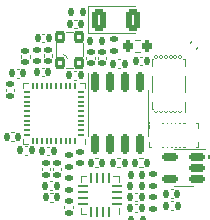
<source format=gbo>
G04 #@! TF.GenerationSoftware,KiCad,Pcbnew,(7.0.0-0)*
G04 #@! TF.CreationDate,2024-01-25T23:02:00+08:00*
G04 #@! TF.ProjectId,Revolute,5265766f-6c75-4746-952e-6b696361645f,rev?*
G04 #@! TF.SameCoordinates,Original*
G04 #@! TF.FileFunction,Legend,Bot*
G04 #@! TF.FilePolarity,Positive*
%FSLAX46Y46*%
G04 Gerber Fmt 4.6, Leading zero omitted, Abs format (unit mm)*
G04 Created by KiCad (PCBNEW (7.0.0-0)) date 2024-01-25 23:02:00*
%MOMM*%
%LPD*%
G01*
G04 APERTURE LIST*
G04 Aperture macros list*
%AMRoundRect*
0 Rectangle with rounded corners*
0 $1 Rounding radius*
0 $2 $3 $4 $5 $6 $7 $8 $9 X,Y pos of 4 corners*
0 Add a 4 corners polygon primitive as box body*
4,1,4,$2,$3,$4,$5,$6,$7,$8,$9,$2,$3,0*
0 Add four circle primitives for the rounded corners*
1,1,$1+$1,$2,$3*
1,1,$1+$1,$4,$5*
1,1,$1+$1,$6,$7*
1,1,$1+$1,$8,$9*
0 Add four rect primitives between the rounded corners*
20,1,$1+$1,$2,$3,$4,$5,0*
20,1,$1+$1,$4,$5,$6,$7,0*
20,1,$1+$1,$6,$7,$8,$9,0*
20,1,$1+$1,$8,$9,$2,$3,0*%
G04 Aperture macros list end*
%ADD10C,0.120000*%
%ADD11C,0.100000*%
%ADD12C,0.150000*%
%ADD13RoundRect,0.200000X0.200000X-0.200000X0.200000X0.200000X-0.200000X0.200000X-0.200000X-0.200000X0*%
%ADD14RoundRect,0.200000X0.730867X-1.340087X0.866940X1.256350X-0.730867X1.340087X-0.866940X-1.256350X0*%
%ADD15RoundRect,0.300000X1.135552X-1.261159X1.261159X1.135552X-1.135552X1.261159X-1.261159X-1.135552X0*%
%ADD16RoundRect,0.140000X0.021213X-0.219203X0.219203X-0.021213X-0.021213X0.219203X-0.219203X0.021213X0*%
%ADD17RoundRect,0.140000X0.140000X0.170000X-0.140000X0.170000X-0.140000X-0.170000X0.140000X-0.170000X0*%
%ADD18C,2.500000*%
%ADD19RoundRect,0.147500X-0.147500X-0.172500X0.147500X-0.172500X0.147500X0.172500X-0.147500X0.172500X0*%
%ADD20RoundRect,0.135000X-0.185000X0.135000X-0.185000X-0.135000X0.185000X-0.135000X0.185000X0.135000X0*%
%ADD21RoundRect,0.200000X-0.200000X-0.275000X0.200000X-0.275000X0.200000X0.275000X-0.200000X0.275000X0*%
%ADD22RoundRect,0.147500X-0.172500X0.147500X-0.172500X-0.147500X0.172500X-0.147500X0.172500X0.147500X0*%
%ADD23RoundRect,0.250000X-0.350000X-0.650000X0.350000X-0.650000X0.350000X0.650000X-0.350000X0.650000X0*%
%ADD24RoundRect,0.147500X0.172500X-0.147500X0.172500X0.147500X-0.172500X0.147500X-0.172500X-0.147500X0*%
%ADD25RoundRect,0.140000X-0.140000X-0.170000X0.140000X-0.170000X0.140000X0.170000X-0.140000X0.170000X0*%
%ADD26R,0.180000X0.325000*%
%ADD27R,0.750000X0.235000*%
%ADD28R,0.215000X1.040000*%
%ADD29RoundRect,0.140000X-0.170000X0.140000X-0.170000X-0.140000X0.170000X-0.140000X0.170000X0.140000X0*%
%ADD30RoundRect,0.062500X0.062500X-0.375000X0.062500X0.375000X-0.062500X0.375000X-0.062500X-0.375000X0*%
%ADD31RoundRect,0.062500X0.375000X-0.062500X0.375000X0.062500X-0.375000X0.062500X-0.375000X-0.062500X0*%
%ADD32R,1.600000X1.600000*%
%ADD33RoundRect,0.150000X0.300000X-0.350000X0.300000X0.350000X-0.300000X0.350000X-0.300000X-0.350000X0*%
%ADD34R,1.100000X0.600000*%
%ADD35RoundRect,0.135000X0.135000X0.185000X-0.135000X0.185000X-0.135000X-0.185000X0.135000X-0.185000X0*%
%ADD36RoundRect,0.140000X0.170000X-0.140000X0.170000X0.140000X-0.170000X0.140000X-0.170000X-0.140000X0*%
%ADD37RoundRect,0.135000X-0.135000X-0.185000X0.135000X-0.185000X0.135000X0.185000X-0.135000X0.185000X0*%
%ADD38RoundRect,0.062500X0.062500X-0.212500X0.062500X0.212500X-0.062500X0.212500X-0.062500X-0.212500X0*%
%ADD39RoundRect,0.062500X0.212500X-0.062500X0.212500X0.062500X-0.212500X0.062500X-0.212500X-0.062500X0*%
%ADD40R,3.600000X3.600000*%
%ADD41RoundRect,0.135000X0.185000X-0.135000X0.185000X0.135000X-0.185000X0.135000X-0.185000X-0.135000X0*%
%ADD42RoundRect,0.147500X0.147500X0.172500X-0.147500X0.172500X-0.147500X-0.172500X0.147500X-0.172500X0*%
%ADD43RoundRect,0.150000X-0.150000X0.662500X-0.150000X-0.662500X0.150000X-0.662500X0.150000X0.662500X0*%
%ADD44R,3.200000X2.514000*%
%ADD45RoundRect,0.150000X0.512500X0.150000X-0.512500X0.150000X-0.512500X-0.150000X0.512500X-0.150000X0*%
%ADD46RoundRect,0.050000X0.100000X-0.100000X0.100000X0.100000X-0.100000X0.100000X-0.100000X-0.100000X0*%
%ADD47O,0.300000X0.950000*%
%ADD48R,0.575000X0.400000*%
%ADD49R,0.675000X0.400000*%
%ADD50R,1.950000X2.600000*%
G04 APERTURE END LIST*
D10*
X177079779Y-89036104D02*
X177232282Y-88883601D01*
X177588896Y-89545221D02*
X177741399Y-89392718D01*
X165202177Y-98541217D02*
X164986505Y-98541217D01*
X165202177Y-97821217D02*
X164986505Y-97821217D01*
X175682836Y-103185000D02*
X175467164Y-103185000D01*
X175682836Y-102465000D02*
X175467164Y-102465000D01*
X172412742Y-88777500D02*
X172887258Y-88777500D01*
X172412742Y-89822500D02*
X172887258Y-89822500D01*
D11*
X170700000Y-88110000D02*
G75*
G03*
X170700000Y-88110000I-50000J0D01*
G01*
D10*
X168515000Y-85915000D02*
X172425000Y-85915000D01*
X168515000Y-88235000D02*
X168515000Y-85915000D01*
X172425000Y-88235000D02*
X168515000Y-88235000D01*
X165242164Y-100760000D02*
X165457836Y-100760000D01*
X165242164Y-101480000D02*
X165457836Y-101480000D01*
X171207836Y-91160000D02*
X170992164Y-91160000D01*
X171207836Y-90440000D02*
X170992164Y-90440000D01*
D11*
X173600000Y-96225000D02*
X173600000Y-96025000D01*
X173600000Y-97825000D02*
X173600000Y-97425000D01*
X173800000Y-97825000D02*
X173600000Y-97825000D01*
X174850000Y-95825000D02*
X174700000Y-95825000D01*
X174850000Y-97825000D02*
X174700000Y-97825000D01*
X175200000Y-95825000D02*
X175150000Y-95825000D01*
X175200000Y-97825000D02*
X175150000Y-97825000D01*
X175550000Y-95825000D02*
X175500000Y-95825000D01*
X175550000Y-97825000D02*
X175500000Y-97825000D01*
X175900000Y-95825000D02*
X175850000Y-95825000D01*
X175900000Y-97825000D02*
X175850000Y-97825000D01*
X176250000Y-95825000D02*
X176200000Y-95825000D01*
X176250000Y-97825000D02*
X176200000Y-97825000D01*
X176700000Y-95825000D02*
X176550000Y-95825000D01*
X176700000Y-97825000D02*
X176550000Y-97825000D01*
X177600000Y-95825000D02*
X177800000Y-95825000D01*
X177800000Y-95825000D02*
X177800000Y-96225000D01*
X177800000Y-97825000D02*
X177600000Y-97825000D01*
X177800000Y-97825000D02*
X177800000Y-97425000D01*
D12*
X173679974Y-95793323D02*
G75*
G03*
X173679974Y-95793323I-1J0D01*
G01*
D10*
X167292164Y-87090000D02*
X167507836Y-87090000D01*
X167292164Y-87810000D02*
X167507836Y-87810000D01*
X165460000Y-89992164D02*
X165460000Y-90207836D01*
X164740000Y-89992164D02*
X164740000Y-90207836D01*
X165300000Y-99612164D02*
X165300000Y-99827836D01*
X164580000Y-99612164D02*
X164580000Y-99827836D01*
X167870000Y-103530000D02*
X168345000Y-103530000D01*
X167870000Y-103055000D02*
X167870000Y-103530000D01*
X171090000Y-103055000D02*
X171090000Y-103530000D01*
X167870000Y-100785000D02*
X167870000Y-100310000D01*
X171090000Y-100785000D02*
X171090000Y-100310000D01*
X167870000Y-100310000D02*
X168345000Y-100310000D01*
X171090000Y-100310000D02*
X170615000Y-100310000D01*
D11*
X166630000Y-91150000D02*
X167170000Y-91150000D01*
X165730000Y-89090000D02*
X165730000Y-90150000D01*
X168080000Y-89090000D02*
X168080000Y-90150000D01*
X166630000Y-88090000D02*
X167170000Y-88090000D01*
D10*
X166730000Y-90370000D02*
G75*
G03*
X166410000Y-90050000I-320001J-1D01*
G01*
X170010000Y-90192164D02*
X170010000Y-90407836D01*
X169290000Y-90192164D02*
X169290000Y-90407836D01*
X173133641Y-99570000D02*
X172826359Y-99570000D01*
X173133641Y-98810000D02*
X172826359Y-98810000D01*
X163326408Y-98508521D02*
X163110736Y-98508521D01*
X163326408Y-97788521D02*
X163110736Y-97788521D01*
X167272242Y-91439010D02*
X167487914Y-91439010D01*
X167272242Y-92159010D02*
X167487914Y-92159010D01*
X168340000Y-90407836D02*
X168340000Y-90192164D01*
X169060000Y-90407836D02*
X169060000Y-90192164D01*
X164787646Y-88988342D02*
X164571974Y-88988342D01*
X164787646Y-88268342D02*
X164571974Y-88268342D01*
X165292164Y-101760000D02*
X165507836Y-101760000D01*
X165292164Y-102480000D02*
X165507836Y-102480000D01*
X172442164Y-101710000D02*
X172657836Y-101710000D01*
X172442164Y-102430000D02*
X172657836Y-102430000D01*
X162970000Y-97630000D02*
X163395000Y-97630000D01*
X162970000Y-97205000D02*
X162970000Y-97630000D01*
X168190000Y-97205000D02*
X168190000Y-97630000D01*
X162970000Y-92835000D02*
X162970000Y-92410000D01*
X168190000Y-92835000D02*
X168190000Y-92410000D01*
X162970000Y-92410000D02*
X163395000Y-92410000D01*
X168190000Y-92410000D02*
X167765000Y-92410000D01*
X172442164Y-102660000D02*
X172657836Y-102660000D01*
X172442164Y-103380000D02*
X172657836Y-103380000D01*
X166224166Y-99612164D02*
X166224166Y-99827836D01*
X165504166Y-99612164D02*
X165504166Y-99827836D01*
X164757836Y-91860000D02*
X164542164Y-91860000D01*
X164757836Y-91140000D02*
X164542164Y-91140000D01*
X172872164Y-90215000D02*
X173087836Y-90215000D01*
X172872164Y-90935000D02*
X173087836Y-90935000D01*
X161510000Y-93137836D02*
X161510000Y-92922164D01*
X162230000Y-93137836D02*
X162230000Y-92922164D01*
D11*
X173710000Y-100190000D02*
G75*
G03*
X173710000Y-100190000I-50000J0D01*
G01*
D10*
X171213641Y-99560000D02*
X170906359Y-99560000D01*
X171213641Y-98800000D02*
X170906359Y-98800000D01*
X167190000Y-102812164D02*
X167190000Y-103027836D01*
X166470000Y-102812164D02*
X166470000Y-103027836D01*
X162422164Y-91260000D02*
X162637836Y-91260000D01*
X162422164Y-91980000D02*
X162637836Y-91980000D01*
X173560000Y-95000000D02*
X173560000Y-93050000D01*
X173560000Y-95000000D02*
X173560000Y-96950000D01*
X168440000Y-95000000D02*
X168440000Y-91550000D01*
X168440000Y-95000000D02*
X168440000Y-96950000D01*
X175680568Y-102160000D02*
X175464896Y-102160000D01*
X175680568Y-101440000D02*
X175464896Y-101440000D01*
X176575000Y-101185000D02*
X177375000Y-101185000D01*
X176575000Y-101185000D02*
X175775000Y-101185000D01*
X176575000Y-98065000D02*
X178375000Y-98065000D01*
X176575000Y-98065000D02*
X175775000Y-98065000D01*
X169072164Y-98810000D02*
X169287836Y-98810000D01*
X169072164Y-99530000D02*
X169287836Y-99530000D01*
X173875000Y-94625000D02*
X174025000Y-94625000D01*
X176672393Y-94025701D02*
X176672393Y-94925701D01*
X173875000Y-94025000D02*
X173875000Y-94625000D01*
X173875000Y-91825000D02*
X173875000Y-93225000D01*
X176675000Y-91825000D02*
X176675000Y-93225000D01*
X176675000Y-91025000D02*
X176675000Y-90425000D01*
X173875000Y-90425000D02*
X173875000Y-91025000D01*
X173875000Y-90425000D02*
X174025000Y-90425000D01*
X176675000Y-90425000D02*
X176525000Y-90425000D01*
X163540000Y-90062164D02*
X163540000Y-90277836D01*
X162820000Y-90062164D02*
X162820000Y-90277836D01*
X161960741Y-96615111D02*
X162176413Y-96615111D01*
X161960741Y-97335111D02*
X162176413Y-97335111D01*
%LPC*%
D13*
X179050000Y-98675000D03*
D14*
X179121196Y-96534972D03*
D15*
X178755903Y-94012005D03*
D16*
X177071178Y-89553822D03*
X177750000Y-88875000D03*
D17*
X165574341Y-98181217D03*
X164614341Y-98181217D03*
X176055000Y-102825000D03*
X175095000Y-102825000D03*
D18*
X178450000Y-90750000D03*
D19*
X167065000Y-86450000D03*
X168035000Y-86450000D03*
D20*
X166880000Y-100510000D03*
X166880000Y-101530000D03*
D21*
X171825000Y-89300000D03*
X173475000Y-89300000D03*
D22*
X170650000Y-88715000D03*
X170650000Y-89685000D03*
D23*
X169375000Y-87075000D03*
X172275000Y-87075000D03*
D24*
X164150000Y-90576909D03*
X164150000Y-89606909D03*
D25*
X164870000Y-101120000D03*
X165830000Y-101120000D03*
D17*
X171580000Y-90800000D03*
X170620000Y-90800000D03*
D24*
X166830000Y-99540000D03*
X166830000Y-98570000D03*
D26*
X174999999Y-95937499D03*
X175349999Y-95937499D03*
X175699999Y-95937499D03*
X176049999Y-95937499D03*
X176399999Y-95937499D03*
X174999999Y-97712499D03*
X175349999Y-97712499D03*
X175699999Y-97712499D03*
X176049999Y-97712499D03*
X176399999Y-97712499D03*
D27*
X174264999Y-95892499D03*
D28*
X173684999Y-96824999D03*
D27*
X174264999Y-97757499D03*
X177134999Y-95892499D03*
D28*
X177714999Y-96824999D03*
D27*
X177134999Y-97757499D03*
D25*
X166920000Y-87450000D03*
X167880000Y-87450000D03*
D29*
X165100000Y-89620000D03*
X165100000Y-90580000D03*
X164940000Y-99240000D03*
X164940000Y-100200000D03*
D22*
X167780000Y-98270000D03*
X167780000Y-99240000D03*
D30*
X170230000Y-103357500D03*
X169730000Y-103357500D03*
X169230000Y-103357500D03*
X168730000Y-103357500D03*
D31*
X168042500Y-102670000D03*
X168042500Y-102170000D03*
X168042500Y-101670000D03*
X168042500Y-101170000D03*
D30*
X168730000Y-100482500D03*
X169230000Y-100482500D03*
X169730000Y-100482500D03*
X170230000Y-100482500D03*
D31*
X170917500Y-101170000D03*
X170917500Y-101670000D03*
X170917500Y-102170000D03*
X170917500Y-102670000D03*
D32*
X169479999Y-101919999D03*
D33*
X166100000Y-90720000D03*
X166100000Y-88520000D03*
X167700000Y-88520000D03*
X167700000Y-90720000D03*
D34*
X163752003Y-100380375D03*
X163752003Y-98980375D03*
D20*
X174011227Y-100156601D03*
X174011227Y-101176601D03*
D29*
X169650000Y-89820000D03*
X169650000Y-90780000D03*
D35*
X173490000Y-99190000D03*
X172470000Y-99190000D03*
D17*
X163698572Y-98148521D03*
X162738572Y-98148521D03*
D25*
X166900078Y-91799010D03*
X167860078Y-91799010D03*
D36*
X168700000Y-90780000D03*
X168700000Y-89820000D03*
D17*
X165159810Y-88628342D03*
X164199810Y-88628342D03*
D18*
X175750000Y-88100000D03*
D37*
X172085453Y-104031759D03*
X173105453Y-104031759D03*
D25*
X164920000Y-102120000D03*
X165880000Y-102120000D03*
X172070000Y-102070000D03*
X173030000Y-102070000D03*
D38*
X167380000Y-97320000D03*
X166980000Y-97320000D03*
X166580000Y-97320000D03*
X166180000Y-97320000D03*
X165780000Y-97320000D03*
X165380000Y-97320000D03*
X164980000Y-97320000D03*
X164580000Y-97320000D03*
X164180000Y-97320000D03*
X163780000Y-97320000D03*
D39*
X163280000Y-96820000D03*
X163280000Y-96420000D03*
X163280000Y-96020000D03*
X163280000Y-95620000D03*
X163280000Y-95220000D03*
X163280000Y-94820000D03*
X163280000Y-94420000D03*
X163280000Y-94020000D03*
X163280000Y-93620000D03*
X163280000Y-93220000D03*
D38*
X163780000Y-92720000D03*
X164180000Y-92720000D03*
X164580000Y-92720000D03*
X164980000Y-92720000D03*
X165380000Y-92720000D03*
X165780000Y-92720000D03*
X166180000Y-92720000D03*
X166580000Y-92720000D03*
X166980000Y-92720000D03*
X167380000Y-92720000D03*
D39*
X167880000Y-93220000D03*
X167880000Y-93620000D03*
X167880000Y-94020000D03*
X167880000Y-94420000D03*
X167880000Y-94820000D03*
X167880000Y-95220000D03*
X167880000Y-95620000D03*
X167880000Y-96020000D03*
X167880000Y-96420000D03*
X167880000Y-96820000D03*
D40*
X165579999Y-95019999D03*
D25*
X172070000Y-103020000D03*
X173030000Y-103020000D03*
D29*
X165864166Y-99240000D03*
X165864166Y-100200000D03*
D41*
X174001959Y-103078670D03*
X174001959Y-102058670D03*
D37*
X172050000Y-101140000D03*
X173070000Y-101140000D03*
D17*
X165130000Y-91500000D03*
X164170000Y-91500000D03*
D25*
X172500000Y-90575000D03*
X173460000Y-90575000D03*
D36*
X161870000Y-93510000D03*
X161870000Y-92550000D03*
D42*
X173055000Y-100190000D03*
X172085000Y-100190000D03*
D35*
X171570000Y-99180000D03*
X170550000Y-99180000D03*
D29*
X166830000Y-102440000D03*
X166830000Y-103400000D03*
D25*
X162050000Y-91620000D03*
X163010000Y-91620000D03*
D43*
X169095000Y-92362500D03*
X170365000Y-92362500D03*
X171635000Y-92362500D03*
X172905000Y-92362500D03*
X172905000Y-97637500D03*
X171635000Y-97637500D03*
X170365000Y-97637500D03*
X169095000Y-97637500D03*
D44*
X170999999Y-94999999D03*
D17*
X176052732Y-101800000D03*
X175092732Y-101800000D03*
D45*
X177712500Y-98675000D03*
X177712500Y-99625000D03*
X177712500Y-100575000D03*
X175437500Y-100575000D03*
X175437500Y-98675000D03*
D25*
X168700000Y-99170000D03*
X169660000Y-99170000D03*
D37*
X168640000Y-88900000D03*
X169660000Y-88900000D03*
D46*
X176275000Y-94825000D03*
D47*
X176274999Y-94499999D03*
D46*
X175875000Y-94825000D03*
D47*
X175874999Y-94499999D03*
D46*
X175475000Y-94825000D03*
D47*
X175474999Y-94499999D03*
D46*
X175075000Y-94825000D03*
D47*
X175074999Y-94499999D03*
D46*
X174675000Y-94825000D03*
D47*
X174674999Y-94499999D03*
D46*
X174275000Y-94825000D03*
D47*
X174274999Y-94499999D03*
X174274999Y-90549999D03*
D46*
X174275000Y-90225000D03*
D47*
X174674999Y-90549999D03*
D46*
X174675000Y-90225000D03*
D47*
X175074999Y-90549999D03*
D46*
X175075000Y-90225000D03*
D47*
X175474999Y-90549999D03*
D46*
X175475000Y-90225000D03*
D47*
X175874999Y-90549999D03*
D46*
X175875000Y-90225000D03*
D47*
X176274999Y-90549999D03*
D46*
X176275000Y-90225000D03*
D48*
X173909999Y-93624999D03*
D49*
X173962499Y-93624999D03*
X176587499Y-93624999D03*
D48*
X176639999Y-93624999D03*
D50*
X175274999Y-92524999D03*
X175274999Y-92524999D03*
D48*
X173909999Y-91424999D03*
D49*
X173962499Y-91424999D03*
X176587499Y-91424999D03*
D48*
X176639999Y-91424999D03*
D29*
X163180000Y-89690000D03*
X163180000Y-90650000D03*
D25*
X161588577Y-96975111D03*
X162548577Y-96975111D03*
D37*
X170146193Y-104516761D03*
X171166193Y-104516761D03*
M02*

</source>
